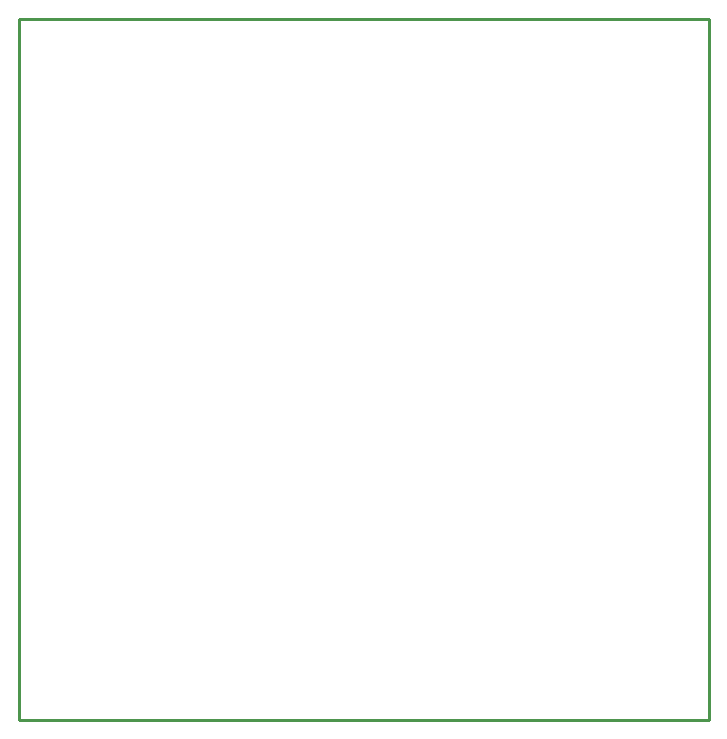
<source format=gbr>
G04 EAGLE Gerber RS-274X export*
G75*
%MOMM*%
%FSLAX34Y34*%
%LPD*%
%IN*%
%IPPOS*%
%AMOC8*
5,1,8,0,0,1.08239X$1,22.5*%
G01*
%ADD10C,0.254000*%


D10*
X-31750Y-25400D02*
X552250Y-25400D01*
X552250Y568200D01*
X-31750Y568200D01*
X-31750Y-25400D01*
M02*

</source>
